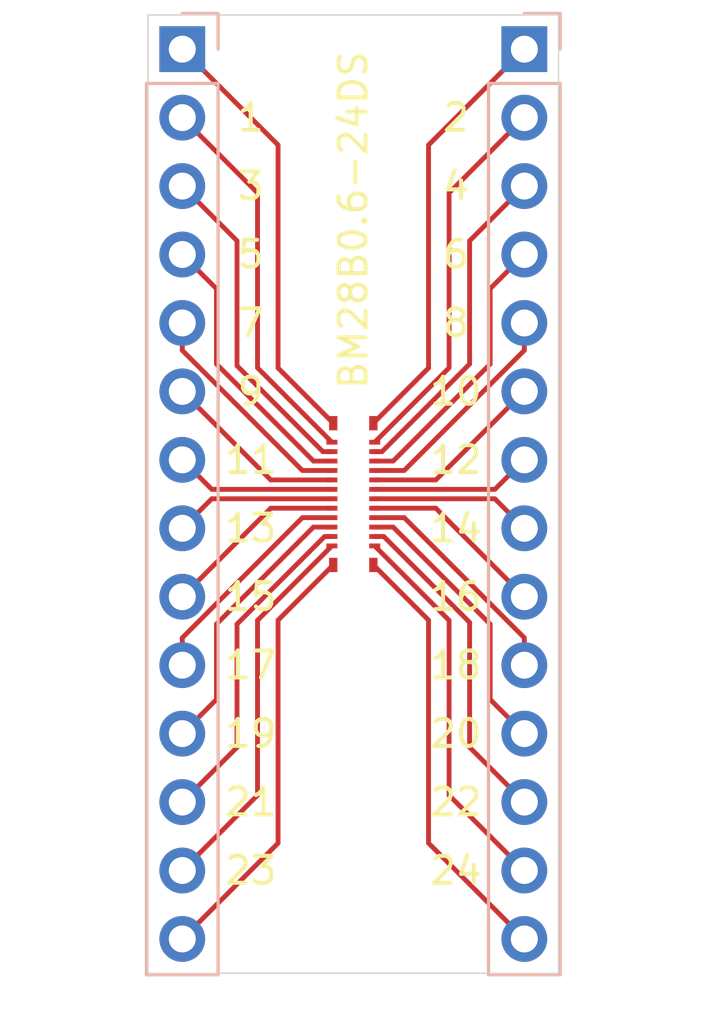
<source format=kicad_pcb>
(kicad_pcb (version 20240108) (generator "pcbnew") (generator_version "8.0")
  (layers (0 "F.Cu" signal) (31 "B.Cu" signal) (34 "B.Paste" user) (35 "F.Paste" user) (36 "B.SilkS" user "B.Silkscreen") (37 "F.SilkS" user "F.Silkscreen") (38 "B.Mask" user) (39 "F.Mask" user) (44 "Edge.Cuts" user))
  (net 0 "")
  (net 1 "/P27")
  (net 2 "Net-(J1-Pad13)")
  (net 3 "Net-(J1-Pad12)")
  (net 4 "Net-(J1-Pad11)")
  (net 5 "Net-(J1-Pad10)")
  (net 6 "Net-(J1-Pad9)")
  (net 7 "Net-(J1-Pad8)")
  (net 8 "Net-(J1-Pad7)")
  (net 9 "Net-(J1-Pad6)")
  (net 10 "Net-(J1-Pad5)")
  (net 11 "Net-(J1-Pad4)")
  (net 12 "Net-(J1-Pad3)")
  (net 13 "Net-(J1-Pad2)")
  (net 14 "/P25")
  (net 15 "/P28")
  (net 16 "Net-(J2-Pad13)")
  (net 17 "Net-(J2-Pad12)")
  (net 18 "Net-(J2-Pad11)")
  (net 19 "Net-(J2-Pad10)")
  (net 20 "Net-(J2-Pad9)")
  (net 21 "Net-(J2-Pad8)")
  (net 22 "Net-(J2-Pad7)")
  (net 23 "Net-(J2-Pad6)")
  (net 24 "Net-(J2-Pad5)")
  (net 25 "Net-(J2-Pad4)")
  (net 26 "Net-(J2-Pad3)")
  (net 27 "Net-(J2-Pad2)")
  (net 28 "/P26")
  (footprint "BM28:BM28B0.6-24DS" (layer "F.Cu") (at 74.93 62.23)
    (property "Reference" "J3" (hide yes))
    (property "Value" "Conn_02x14_Odd_Even")
    (pad "1" smd rect (at -0.795 -1.925) (size 0.41 0.18) (layers "F.Cu" "F.Paste" "F.Mask") (net 13 "Net-(J1-Pad2)"))
    (pad "2" smd rect (at 0.795 -1.925) (size 0.41 0.18) (layers "F.Cu" "F.Paste" "F.Mask") (net 27 "Net-(J2-Pad2)"))
    (pad "3" smd rect (at -0.795 -1.575) (size 0.41 0.18) (layers "F.Cu" "F.Paste" "F.Mask") (net 12 "Net-(J1-Pad3)"))
    (pad "4" smd rect (at 0.795 -1.575) (size 0.41 0.18) (layers "F.Cu" "F.Paste" "F.Mask") (net 26 "Net-(J2-Pad3)"))
    (pad "5" smd rect (at -0.795 -1.225) (size 0.41 0.18) (layers "F.Cu" "F.Paste" "F.Mask") (net 11 "Net-(J1-Pad4)"))
    (pad "6" smd rect (at 0.795 -1.225) (size 0.41 0.18) (layers "F.Cu" "F.Paste" "F.Mask") (net 25 "Net-(J2-Pad4)"))
    (pad "7" smd rect (at -0.795 -0.875) (size 0.41 0.18) (layers "F.Cu" "F.Paste" "F.Mask") (net 10 "Net-(J1-Pad5)"))
    (pad "8" smd rect (at 0.795 -0.875) (size 0.41 0.18) (layers "F.Cu" "F.Paste" "F.Mask") (net 24 "Net-(J2-Pad5)"))
    (pad "9" smd rect (at -0.795 -0.525) (size 0.41 0.18) (layers "F.Cu" "F.Paste" "F.Mask") (net 9 "Net-(J1-Pad6)"))
    (pad "10" smd rect (at 0.795 -0.525) (size 0.41 0.18) (layers "F.Cu" "F.Paste" "F.Mask") (net 23 "Net-(J2-Pad6)"))
    (pad "11" smd rect (at -0.795 -0.175) (size 0.41 0.18) (layers "F.Cu" "F.Paste" "F.Mask") (net 8 "Net-(J1-Pad7)"))
    (pad "12" smd rect (at 0.795 -0.175) (size 0.41 0.18) (layers "F.Cu" "F.Paste" "F.Mask") (net 22 "Net-(J2-Pad7)"))
    (pad "13" smd rect (at -0.795 0.175) (size 0.41 0.18) (layers "F.Cu" "F.Paste" "F.Mask") (net 7 "Net-(J1-Pad8)"))
    (pad "14" smd rect (at 0.795 0.175) (size 0.41 0.18) (layers "F.Cu" "F.Paste" "F.Mask") (net 21 "Net-(J2-Pad8)"))
    (pad "15" smd rect (at -0.795 0.525) (size 0.41 0.18) (layers "F.Cu" "F.Paste" "F.Mask") (net 6 "Net-(J1-Pad9)"))
    (pad "16" smd rect (at 0.795 0.525) (size 0.41 0.18) (layers "F.Cu" "F.Paste" "F.Mask") (net 20 "Net-(J2-Pad9)"))
    (pad "17" smd rect (at -0.795 0.875) (size 0.41 0.18) (layers "F.Cu" "F.Paste" "F.Mask") (net 5 "Net-(J1-Pad10)"))
    (pad "18" smd rect (at 0.795 0.875) (size 0.41 0.18) (layers "F.Cu" "F.Paste" "F.Mask") (net 19 "Net-(J2-Pad10)"))
    (pad "19" smd rect (at -0.795 1.225) (size 0.41 0.18) (layers "F.Cu" "F.Paste" "F.Mask") (net 4 "Net-(J1-Pad11)"))
    (pad "20" smd rect (at 0.795 1.225) (size 0.41 0.18) (layers "F.Cu" "F.Paste" "F.Mask") (net 18 "Net-(J2-Pad11)"))
    (pad "21" smd rect (at -0.795 1.575) (size 0.41 0.18) (layers "F.Cu" "F.Paste" "F.Mask") (net 3 "Net-(J1-Pad12)"))
    (pad "22" smd rect (at 0.795 1.575) (size 0.41 0.18) (layers "F.Cu" "F.Paste" "F.Mask") (net 17 "Net-(J2-Pad12)"))
    (pad "23" smd rect (at -0.795 1.925) (size 0.41 0.18) (layers "F.Cu" "F.Paste" "F.Mask") (net 2 "Net-(J1-Pad13)"))
    (pad "24" smd rect (at 0.795 1.925) (size 0.41 0.18) (layers "F.Cu" "F.Paste" "F.Mask") (net 16 "Net-(J2-Pad13)"))
    (pad "25" smd rect (at -0.745 -2.63) (size 0.31 0.53) (layers "F.Cu" "F.Paste" "F.Mask") (net 14 "/P25"))
    (pad "26" smd rect (at 0.745 -2.63) (size 0.31 0.53) (layers "F.Cu" "F.Paste" "F.Mask") (net 28 "/P26"))
    (pad "27" smd rect (at -0.745 2.63) (size 0.31 0.53) (layers "F.Cu" "F.Paste" "F.Mask") (net 1 "/P27"))
    (pad "28" smd rect (at 0.745 2.63) (size 0.31 0.53) (layers "F.Cu" "F.Paste" "F.Mask") (net 15 "/P28"))
  )
  (footprint "Connector_PinHeader_2.54mm:PinHeader_1x14_P2.54mm_Vertical" (layer "B.Cu") (at 68.58 45.72 180)
    (property "Reference" "J1" (hide yes))
    (property "Value" "Conn_01x14_Male")
    (fp_line (start 1.33 -1.27) (end 1.33 -34.35) (stroke (width 0.12)) (layer "B.SilkS"))
    (fp_line (start -1.33 1.33) (end 0 1.33) (stroke (width 0.12)) (layer "B.SilkS"))
    (fp_line (start -1.33 0) (end -1.33 1.33) (stroke (width 0.12)) (layer "B.SilkS"))
    (fp_line (start -1.33 -1.27) (end 1.33 -1.27) (stroke (width 0.12)) (layer "B.SilkS"))
    (fp_line (start -1.33 -1.27) (end -1.33 -34.35) (stroke (width 0.12)) (layer "B.SilkS"))
    (fp_line (start -1.33 -34.35) (end 1.33 -34.35) (stroke (width 0.12)) (layer "B.SilkS"))
    (pad "1" thru_hole rect (at 0 0 180) (size 1.7 1.7) (drill 1) (layers "*.Cu" "*.Mask") (net 14 "/P25"))
    (pad "2" thru_hole oval (at 0 -2.54 180) (size 1.7 1.7) (drill 1) (layers "*.Cu" "*.Mask") (net 13 "Net-(J1-Pad2)"))
    (pad "3" thru_hole oval (at 0 -5.08 180) (size 1.7 1.7) (drill 1) (layers "*.Cu" "*.Mask") (net 12 "Net-(J1-Pad3)"))
    (pad "4" thru_hole oval (at 0 -7.62 180) (size 1.7 1.7) (drill 1) (layers "*.Cu" "*.Mask") (net 11 "Net-(J1-Pad4)"))
    (pad "5" thru_hole oval (at 0 -10.16 180) (size 1.7 1.7) (drill 1) (layers "*.Cu" "*.Mask") (net 10 "Net-(J1-Pad5)"))
    (pad "6" thru_hole oval (at 0 -12.7 180) (size 1.7 1.7) (drill 1) (layers "*.Cu" "*.Mask") (net 9 "Net-(J1-Pad6)"))
    (pad "7" thru_hole oval (at 0 -15.24 180) (size 1.7 1.7) (drill 1) (layers "*.Cu" "*.Mask") (net 8 "Net-(J1-Pad7)"))
    (pad "8" thru_hole oval (at 0 -17.78 180) (size 1.7 1.7) (drill 1) (layers "*.Cu" "*.Mask") (net 7 "Net-(J1-Pad8)"))
    (pad "9" thru_hole oval (at 0 -20.32 180) (size 1.7 1.7) (drill 1) (layers "*.Cu" "*.Mask") (net 6 "Net-(J1-Pad9)"))
    (pad "10" thru_hole oval (at 0 -22.86 180) (size 1.7 1.7) (drill 1) (layers "*.Cu" "*.Mask") (net 5 "Net-(J1-Pad10)"))
    (pad "11" thru_hole oval (at 0 -25.4 180) (size 1.7 1.7) (drill 1) (layers "*.Cu" "*.Mask") (net 4 "Net-(J1-Pad11)"))
    (pad "12" thru_hole oval (at 0 -27.94 180) (size 1.7 1.7) (drill 1) (layers "*.Cu" "*.Mask") (net 3 "Net-(J1-Pad12)"))
    (pad "13" thru_hole oval (at 0 -30.48 180) (size 1.7 1.7) (drill 1) (layers "*.Cu" "*.Mask") (net 2 "Net-(J1-Pad13)"))
    (pad "14" thru_hole oval (at 0 -33.02 180) (size 1.7 1.7) (drill 1) (layers "*.Cu" "*.Mask") (net 1 "/P27"))
  )
  (footprint "Connector_PinHeader_2.54mm:PinHeader_1x14_P2.54mm_Vertical" (layer "B.Cu") (at 81.28 45.72 180)
    (property "Reference" "J2" (hide yes))
    (property "Value" "Conn_01x14_Male")
    (fp_line (start 1.33 -1.27) (end 1.33 -34.35) (stroke (width 0.12)) (layer "B.SilkS"))
    (fp_line (start -1.33 1.33) (end 0 1.33) (stroke (width 0.12)) (layer "B.SilkS"))
    (fp_line (start -1.33 0) (end -1.33 1.33) (stroke (width 0.12)) (layer "B.SilkS"))
    (fp_line (start -1.33 -1.27) (end 1.33 -1.27) (stroke (width 0.12)) (layer "B.SilkS"))
    (fp_line (start -1.33 -1.27) (end -1.33 -34.35) (stroke (width 0.12)) (layer "B.SilkS"))
    (fp_line (start -1.33 -34.35) (end 1.33 -34.35) (stroke (width 0.12)) (layer "B.SilkS"))
    (pad "1" thru_hole rect (at 0 0 180) (size 1.7 1.7) (drill 1) (layers "*.Cu" "*.Mask") (net 28 "/P26"))
    (pad "2" thru_hole oval (at 0 -2.54 180) (size 1.7 1.7) (drill 1) (layers "*.Cu" "*.Mask") (net 27 "Net-(J2-Pad2)"))
    (pad "3" thru_hole oval (at 0 -5.08 180) (size 1.7 1.7) (drill 1) (layers "*.Cu" "*.Mask") (net 26 "Net-(J2-Pad3)"))
    (pad "4" thru_hole oval (at 0 -7.62 180) (size 1.7 1.7) (drill 1) (layers "*.Cu" "*.Mask") (net 25 "Net-(J2-Pad4)"))
    (pad "5" thru_hole oval (at 0 -10.16 180) (size 1.7 1.7) (drill 1) (layers "*.Cu" "*.Mask") (net 24 "Net-(J2-Pad5)"))
    (pad "6" thru_hole oval (at 0 -12.7 180) (size 1.7 1.7) (drill 1) (layers "*.Cu" "*.Mask") (net 23 "Net-(J2-Pad6)"))
    (pad "7" thru_hole oval (at 0 -15.24 180) (size 1.7 1.7) (drill 1) (layers "*.Cu" "*.Mask") (net 22 "Net-(J2-Pad7)"))
    (pad "8" thru_hole oval (at 0 -17.78 180) (size 1.7 1.7) (drill 1) (layers "*.Cu" "*.Mask") (net 21 "Net-(J2-Pad8)"))
    (pad "9" thru_hole oval (at 0 -20.32 180) (size 1.7 1.7) (drill 1) (layers "*.Cu" "*.Mask") (net 20 "Net-(J2-Pad9)"))
    (pad "10" thru_hole oval (at 0 -22.86 180) (size 1.7 1.7) (drill 1) (layers "*.Cu" "*.Mask") (net 19 "Net-(J2-Pad10)"))
    (pad "11" thru_hole oval (at 0 -25.4 180) (size 1.7 1.7) (drill 1) (layers "*.Cu" "*.Mask") (net 18 "Net-(J2-Pad11)"))
    (pad "12" thru_hole oval (at 0 -27.94 180) (size 1.7 1.7) (drill 1) (layers "*.Cu" "*.Mask") (net 17 "Net-(J2-Pad12)"))
    (pad "13" thru_hole oval (at 0 -30.48 180) (size 1.7 1.7) (drill 1) (layers "*.Cu" "*.Mask") (net 16 "Net-(J2-Pad13)"))
    (pad "14" thru_hole oval (at 0 -33.02 180) (size 1.7 1.7) (drill 1) (layers "*.Cu" "*.Mask") (net 15 "/P28"))
  )
  (gr_line (start 67.31 80.01) (end 67.31 44.45) (stroke (width 0.05)) (layer "Edge.Cuts"))
  (gr_line (start 82.55 80.01) (end 67.31 80.01) (stroke (width 0.05)) (layer "Edge.Cuts"))
  (gr_line (start 82.55 44.45) (end 82.55 80.01) (stroke (width 0.05)) (layer "Edge.Cuts"))
  (gr_line (start 67.31 44.45) (end 82.55 44.45) (stroke (width 0.05)) (layer "Edge.Cuts"))
  (gr_text "3" (at 71.12 50.8 0) (layer "F.SilkS") (effects (font (size 1 1))))
  (gr_text "5" (at 71.12 53.34 0) (layer "F.SilkS") (effects (font (size 1 1))))
  (gr_text "7" (at 71.12 55.88 0) (layer "F.SilkS") (effects (font (size 1 1))))
  (gr_text "9" (at 71.12 58.42 0) (layer "F.SilkS") (effects (font (size 1 1))))
  (gr_text "11" (at 71.12 60.96 0) (layer "F.SilkS") (effects (font (size 1 1))))
  (gr_text "13" (at 71.12 63.5 0) (layer "F.SilkS") (effects (font (size 1 1))))
  (gr_text "15" (at 71.12 66.04 0) (layer "F.SilkS") (effects (font (size 1 1))))
  (gr_text "17" (at 71.12 68.58 0) (layer "F.SilkS") (effects (font (size 1 1))))
  (gr_text "19" (at 71.12 71.12 0) (layer "F.SilkS") (effects (font (size 1 1))))
  (gr_text "21" (at 71.12 73.66 0) (layer "F.SilkS") (effects (font (size 1 1))))
  (gr_text "23" (at 71.12 76.2 0) (layer "F.SilkS") (effects (font (size 1 1))))
  (gr_text "18" (at 78.74 68.58 0) (layer "F.SilkS") (effects (font (size 1 1))))
  (gr_text "2" (at 78.74 48.26 0) (layer "F.SilkS") (effects (font (size 1 1))))
  (gr_text "12" (at 78.74 60.96 0) (layer "F.SilkS") (effects (font (size 1 1))))
  (gr_text "20" (at 78.74 71.12 0) (layer "F.SilkS") (effects (font (size 1 1))))
  (gr_text "4" (at 78.74 50.8 0) (layer "F.SilkS") (effects (font (size 1 1))))
  (gr_text "10" (at 78.74 58.42 0) (layer "F.SilkS") (effects (font (size 1 1))))
  (gr_text "24" (at 78.74 76.2 0) (layer "F.SilkS") (effects (font (size 1 1))))
  (gr_text "14" (at 78.74 63.5 0) (layer "F.SilkS") (effects (font (size 1 1))))
  (gr_text "8" (at 78.74 55.88 0) (layer "F.SilkS") (effects (font (size 1 1))))
  (gr_text "22" (at 78.74 73.66 0) (layer "F.SilkS") (effects (font (size 1 1))))
  (gr_text "6" (at 78.74 53.34 0) (layer "F.SilkS") (effects (font (size 1 1))))
  (gr_text "16" (at 78.74 66.04 0) (layer "F.SilkS") (effects (font (size 1 1))))
  (gr_text "BM28B0.6-24DS" (at 74.93 58.42 90) (layer "F.SilkS") (effects (font (size 1 1)) (justify left)))
  (gr_text "1" (at 71.12 48.26 0) (layer "F.SilkS") (effects (font (size 1 1))))
  (segment (start 72.136 66.909) (end 72.136 75.184) (width 0.18) (layer "F.Cu") (net 1))
  (segment (start 74.185 64.86) (end 72.136 66.909) (width 0.18) (layer "F.Cu") (net 1))
  (segment (start 72.136 75.184) (end 68.58 78.74) (width 0.18) (layer "F.Cu") (net 1))
  (segment (start 74.135 64.155) (end 71.374 66.916) (width 0.18) (layer "F.Cu") (net 2))
  (segment (start 71.374 73.406) (end 68.58 76.2) (width 0.18) (layer "F.Cu") (net 2))
  (segment (start 71.374 66.916) (end 71.374 73.406) (width 0.18) (layer "F.Cu") (net 2))
  (segment (start 70.612 71.628) (end 68.58 73.66) (width 0.18) (layer "F.Cu") (net 3))
  (segment (start 73.863 63.805) (end 70.612 67.056) (width 0.18) (layer "F.Cu") (net 3))
  (segment (start 74.135 63.805) (end 73.863 63.805) (width 0.18) (layer "F.Cu") (net 3))
  (segment (start 70.612 67.056) (end 70.612 71.628) (width 0.18) (layer "F.Cu") (net 3))
  (segment (start 74.135 63.455) (end 73.451 63.455) (width 0.18) (layer "F.Cu") (net 4))
  (segment (start 69.85 67.056) (end 69.85 69.85) (width 0.18) (layer "F.Cu") (net 4))
  (segment (start 73.451 63.455) (end 69.85 67.056) (width 0.18) (layer "F.Cu") (net 4))
  (segment (start 69.85 69.85) (end 68.58 71.12) (width 0.18) (layer "F.Cu") (net 4))
  (segment (start 73.039 63.105) (end 68.58 67.564) (width 0.18) (layer "F.Cu") (net 5))
  (segment (start 68.58 67.564) (end 68.58 68.58) (width 0.18) (layer "F.Cu") (net 5))
  (segment (start 74.135 63.105) (end 73.039 63.105) (width 0.18) (layer "F.Cu") (net 5))
  (segment (start 74.135 62.755) (end 71.865 62.755) (width 0.18) (layer "F.Cu") (net 6))
  (segment (start 71.865 62.755) (end 68.58 66.04) (width 0.18) (layer "F.Cu") (net 6))
  (segment (start 69.675 62.405) (end 68.58 63.5) (width 0.18) (layer "F.Cu") (net 7))
  (segment (start 74.135 62.405) (end 69.675 62.405) (width 0.18) (layer "F.Cu") (net 7))
  (segment (start 69.675 62.055) (end 68.58 60.96) (width 0.18) (layer "F.Cu") (net 8))
  (segment (start 74.135 62.055) (end 69.675 62.055) (width 0.18) (layer "F.Cu") (net 8))
  (segment (start 74.135 61.705) (end 71.865 61.705) (width 0.18) (layer "F.Cu") (net 9))
  (segment (start 71.865 61.705) (end 68.58 58.42) (width 0.18) (layer "F.Cu") (net 9))
  (segment (start 74.135 61.355) (end 73.039 61.355) (width 0.18) (layer "F.Cu") (net 10))
  (segment (start 73.039 61.355) (end 68.58 56.896) (width 0.18) (layer "F.Cu") (net 10))
  (segment (start 68.58 56.896) (end 68.58 55.88) (width 0.18) (layer "F.Cu") (net 10))
  (segment (start 69.85 54.61) (end 68.58 53.34) (width 0.18) (layer "F.Cu") (net 11))
  (segment (start 73.451 61.005) (end 69.85 57.404) (width 0.18) (layer "F.Cu") (net 11))
  (segment (start 69.85 57.404) (end 69.85 54.61) (width 0.18) (layer "F.Cu") (net 11))
  (segment (start 74.135 61.005) (end 73.451 61.005) (width 0.18) (layer "F.Cu") (net 11))
  (segment (start 73.799398 60.655) (end 70.612 57.467602) (width 0.18) (layer "F.Cu") (net 12))
  (segment (start 70.612 57.467602) (end 70.612 52.832) (width 0.18) (layer "F.Cu") (net 12))
  (segment (start 70.612 52.832) (end 68.58 50.8) (width 0.18) (layer "F.Cu") (net 12))
  (segment (start 74.135 60.655) (end 73.799398 60.655) (width 0.18) (layer "F.Cu") (net 12))
  (segment (start 71.374 51.054) (end 68.58 48.26) (width 0.18) (layer "F.Cu") (net 13))
  (segment (start 74.135 60.305) (end 71.374 57.544) (width 0.18) (layer "F.Cu") (net 13))
  (segment (start 71.374 57.544) (end 71.374 51.054) (width 0.18) (layer "F.Cu") (net 13))
  (segment (start 72.136 49.276) (end 68.58 45.72) (width 0.18) (layer "F.Cu") (net 14))
  (segment (start 74.185 59.6) (end 72.136 57.551) (width 0.18) (layer "F.Cu") (net 14))
  (segment (start 72.136 57.551) (end 72.136 49.276) (width 0.18) (layer "F.Cu") (net 14))
  (segment (start 77.724 66.909) (end 77.724 75.184) (width 0.18) (layer "F.Cu") (net 15))
  (segment (start 77.724 75.184) (end 81.28 78.74) (width 0.18) (layer "F.Cu") (net 15))
  (segment (start 75.675 64.86) (end 77.724 66.909) (width 0.18) (layer "F.Cu") (net 15))
  (segment (start 78.486 73.406) (end 81.28 76.2) (width 0.18) (layer "F.Cu") (net 16))
  (segment (start 75.725 64.155) (end 78.486 66.916) (width 0.18) (layer "F.Cu") (net 16))
  (segment (start 78.486 66.916) (end 78.486 73.406) (width 0.18) (layer "F.Cu") (net 16))
  (segment (start 79.248 66.992398) (end 79.248 71.628) (width 0.18) (layer "F.Cu") (net 17))
  (segment (start 79.248 71.628) (end 81.28 73.66) (width 0.18) (layer "F.Cu") (net 17))
  (segment (start 76.060602 63.805) (end 79.248 66.992398) (width 0.18) (layer "F.Cu") (net 17))
  (segment (start 75.725 63.805) (end 76.060602 63.805) (width 0.18) (layer "F.Cu") (net 17))
  (segment (start 80.01 69.85) (end 81.28 71.12) (width 0.18) (layer "F.Cu") (net 18))
  (segment (start 76.409 63.455) (end 80.01 67.056) (width 0.18) (layer "F.Cu") (net 18))
  (segment (start 80.01 67.056) (end 80.01 69.85) (width 0.18) (layer "F.Cu") (net 18))
  (segment (start 75.725 63.455) (end 76.409 63.455) (width 0.18) (layer "F.Cu") (net 18))
  (segment (start 81.28 67.564) (end 81.28 68.58) (width 0.18) (layer "F.Cu") (net 19))
  (segment (start 76.821 63.105) (end 81.28 67.564) (width 0.18) (layer "F.Cu") (net 19))
  (segment (start 75.725 63.105) (end 76.821 63.105) (width 0.18) (layer "F.Cu") (net 19))
  (segment (start 77.995 62.755) (end 81.28 66.04) (width 0.18) (layer "F.Cu") (net 20))
  (segment (start 75.725 62.755) (end 77.995 62.755) (width 0.18) (layer "F.Cu") (net 20))
  (segment (start 80.185 62.405) (end 81.28 63.5) (width 0.18) (layer "F.Cu") (net 21))
  (segment (start 75.725 62.405) (end 80.185 62.405) (width 0.18) (layer "F.Cu") (net 21))
  (segment (start 75.725 62.055) (end 80.185 62.055) (width 0.18) (layer "F.Cu") (net 22))
  (segment (start 80.185 62.055) (end 81.28 60.96) (width 0.18) (layer "F.Cu") (net 22))
  (segment (start 75.725 61.705) (end 77.995 61.705) (width 0.18) (layer "F.Cu") (net 23))
  (segment (start 77.995 61.705) (end 81.28 58.42) (width 0.18) (layer "F.Cu") (net 23))
  (segment (start 81.28 56.896) (end 81.28 55.88) (width 0.18) (layer "F.Cu") (net 24))
  (segment (start 76.821 61.355) (end 81.28 56.896) (width 0.18) (layer "F.Cu") (net 24))
  (segment (start 75.725 61.355) (end 76.821 61.355) (width 0.18) (layer "F.Cu") (net 24))
  (segment (start 80.01 54.61) (end 81.28 53.34) (width 0.18) (layer "F.Cu") (net 25))
  (segment (start 75.725 61.005) (end 76.409 61.005) (width 0.18) (layer "F.Cu") (net 25))
  (segment (start 80.01 57.404) (end 80.01 54.61) (width 0.18) (layer "F.Cu") (net 25))
  (segment (start 76.409 61.005) (end 80.01 57.404) (width 0.18) (layer "F.Cu") (net 25))
  (segment (start 79.248 52.832) (end 81.28 50.8) (width 0.18) (layer "F.Cu") (net 26))
  (segment (start 75.725 60.655) (end 75.997 60.655) (width 0.18) (layer "F.Cu") (net 26))
  (segment (start 79.248 57.404) (end 79.248 52.832) (width 0.18) (layer "F.Cu") (net 26))
  (segment (start 75.997 60.655) (end 79.248 57.404) (width 0.18) (layer "F.Cu") (net 26))
  (segment (start 78.486 57.544) (end 78.486 51.054) (width 0.18) (layer "F.Cu") (net 27))
  (segment (start 78.486 51.054) (end 81.28 48.26) (width 0.18) (layer "F.Cu") (net 27))
  (segment (start 75.725 60.305) (end 78.486 57.544) (width 0.18) (layer "F.Cu") (net 27))
  (segment (start 77.724 49.276) (end 81.28 45.72) (width 0.18) (layer "F.Cu") (net 28))
  (segment (start 75.675 59.6) (end 77.724 57.551) (width 0.18) (layer "F.Cu") (net 28))
  (segment (start 77.724 57.551) (end 77.724 49.276) (width 0.18) (layer "F.Cu") (net 28))
)
</source>
